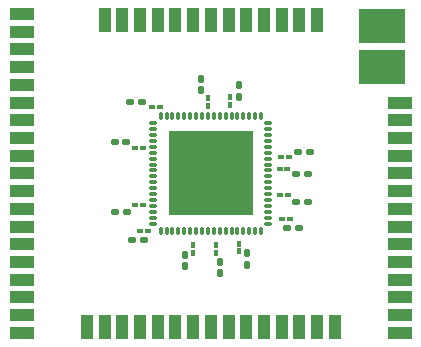
<source format=gtp>
G04*
G04 #@! TF.GenerationSoftware,Altium Limited,Altium Designer,21.6.1 (37)*
G04*
G04 Layer_Color=8421504*
%FSLAX25Y25*%
%MOIN*%
G70*
G04*
G04 #@! TF.SameCoordinates,378A9775-3A77-4BA1-8480-AFC072C74D39*
G04*
G04*
G04 #@! TF.FilePolarity,Positive*
G04*
G01*
G75*
%ADD13R,0.01654X0.01890*%
G04:AMPARAMS|DCode=14|XSize=19.68mil|YSize=23.62mil|CornerRadius=1.97mil|HoleSize=0mil|Usage=FLASHONLY|Rotation=90.000|XOffset=0mil|YOffset=0mil|HoleType=Round|Shape=RoundedRectangle|*
%AMROUNDEDRECTD14*
21,1,0.01968,0.01968,0,0,90.0*
21,1,0.01575,0.02362,0,0,90.0*
1,1,0.00394,0.00984,0.00787*
1,1,0.00394,0.00984,-0.00787*
1,1,0.00394,-0.00984,-0.00787*
1,1,0.00394,-0.00984,0.00787*
%
%ADD14ROUNDEDRECTD14*%
%ADD15R,0.01890X0.01654*%
%ADD16R,0.28268X0.28268*%
%ADD17O,0.01181X0.03150*%
%ADD18O,0.03150X0.01181*%
%ADD19R,0.07874X0.03937*%
%ADD20R,0.03937X0.07874*%
G04:AMPARAMS|DCode=21|XSize=19.68mil|YSize=23.62mil|CornerRadius=1.97mil|HoleSize=0mil|Usage=FLASHONLY|Rotation=180.000|XOffset=0mil|YOffset=0mil|HoleType=Round|Shape=RoundedRectangle|*
%AMROUNDEDRECTD21*
21,1,0.01968,0.01968,0,0,180.0*
21,1,0.01575,0.02362,0,0,180.0*
1,1,0.00394,-0.00787,0.00984*
1,1,0.00394,0.00787,0.00984*
1,1,0.00394,0.00787,-0.00984*
1,1,0.00394,-0.00787,-0.00984*
%
%ADD21ROUNDEDRECTD21*%
%ADD22R,0.15748X0.11811*%
D13*
X73917Y88110D02*
D03*
Y85512D02*
D03*
X68996Y36496D02*
D03*
Y39094D02*
D03*
X81201Y88504D02*
D03*
Y85905D02*
D03*
X76476Y36595D02*
D03*
Y39193D02*
D03*
X84153Y36988D02*
D03*
Y39587D02*
D03*
D14*
X103248Y53543D02*
D03*
X107185D02*
D03*
X103937Y70276D02*
D03*
X107874D02*
D03*
X51870Y86713D02*
D03*
X47933D02*
D03*
X100098Y44882D02*
D03*
X104035D02*
D03*
X103248Y62795D02*
D03*
X107185D02*
D03*
X46752Y50197D02*
D03*
X42815D02*
D03*
X46654Y73425D02*
D03*
X42717D02*
D03*
X52461Y40748D02*
D03*
X48524D02*
D03*
D15*
X100512Y55709D02*
D03*
X97913D02*
D03*
X100709Y68504D02*
D03*
X98110D02*
D03*
X55197Y85039D02*
D03*
X57795D02*
D03*
X101201Y47933D02*
D03*
X98602D02*
D03*
X100315Y64567D02*
D03*
X97716D02*
D03*
X49587Y52461D02*
D03*
X52185D02*
D03*
X49685Y71457D02*
D03*
X52284D02*
D03*
X51260Y43898D02*
D03*
X53858D02*
D03*
D16*
X74803Y62992D02*
D03*
D17*
X58071Y82185D02*
D03*
X60039D02*
D03*
X62008D02*
D03*
X63976D02*
D03*
X65945D02*
D03*
X67913D02*
D03*
X69882D02*
D03*
X71850D02*
D03*
X73819D02*
D03*
X75787D02*
D03*
X77756D02*
D03*
X79724D02*
D03*
X81693D02*
D03*
X83661D02*
D03*
X85630D02*
D03*
X87598D02*
D03*
X89567D02*
D03*
X91535D02*
D03*
Y43799D02*
D03*
X89567D02*
D03*
X87598D02*
D03*
X85630D02*
D03*
X83661D02*
D03*
X81693D02*
D03*
X79724D02*
D03*
X77756D02*
D03*
X75787D02*
D03*
X73819D02*
D03*
X71850D02*
D03*
X69882D02*
D03*
X67913D02*
D03*
X65945D02*
D03*
X63976D02*
D03*
X62008D02*
D03*
X60039D02*
D03*
X58071D02*
D03*
D18*
X93996Y79724D02*
D03*
Y77756D02*
D03*
Y75787D02*
D03*
Y73819D02*
D03*
Y71850D02*
D03*
Y69882D02*
D03*
Y67913D02*
D03*
Y65945D02*
D03*
Y63976D02*
D03*
Y62008D02*
D03*
Y60039D02*
D03*
Y58071D02*
D03*
Y56102D02*
D03*
Y54134D02*
D03*
Y52165D02*
D03*
Y50197D02*
D03*
Y48228D02*
D03*
Y46260D02*
D03*
X55610D02*
D03*
Y48228D02*
D03*
Y50197D02*
D03*
Y52165D02*
D03*
Y54134D02*
D03*
Y56102D02*
D03*
Y58071D02*
D03*
Y60039D02*
D03*
Y62008D02*
D03*
Y63976D02*
D03*
Y65945D02*
D03*
Y67913D02*
D03*
Y69882D02*
D03*
Y71850D02*
D03*
Y73819D02*
D03*
Y75787D02*
D03*
Y77756D02*
D03*
Y79724D02*
D03*
D19*
X11811Y92520D02*
D03*
Y98425D02*
D03*
Y116142D02*
D03*
Y110236D02*
D03*
Y104331D02*
D03*
X137795Y15748D02*
D03*
Y9843D02*
D03*
Y45276D02*
D03*
Y33465D02*
D03*
Y39370D02*
D03*
Y21654D02*
D03*
Y27559D02*
D03*
Y86614D02*
D03*
Y80709D02*
D03*
Y68898D02*
D03*
Y74803D02*
D03*
Y57087D02*
D03*
Y62992D02*
D03*
Y51181D02*
D03*
X11811Y21654D02*
D03*
Y15748D02*
D03*
Y33465D02*
D03*
Y9843D02*
D03*
Y27559D02*
D03*
Y45276D02*
D03*
Y39370D02*
D03*
Y80709D02*
D03*
Y74803D02*
D03*
Y51181D02*
D03*
Y68898D02*
D03*
Y57087D02*
D03*
Y62992D02*
D03*
Y86614D02*
D03*
D20*
X62992Y114173D02*
D03*
X86614D02*
D03*
X110236D02*
D03*
X92520D02*
D03*
X98425D02*
D03*
X104331D02*
D03*
X51181D02*
D03*
X45276D02*
D03*
X57087D02*
D03*
X39370D02*
D03*
X80709D02*
D03*
X68898D02*
D03*
X74803D02*
D03*
X116142Y11811D02*
D03*
X104331D02*
D03*
X110236D02*
D03*
X33465D02*
D03*
X86614D02*
D03*
X98425D02*
D03*
X92520D02*
D03*
X68898D02*
D03*
X51181D02*
D03*
X80709D02*
D03*
X74803D02*
D03*
X57087D02*
D03*
X45276D02*
D03*
X62992D02*
D03*
X39370D02*
D03*
D21*
X84252Y88484D02*
D03*
Y92421D02*
D03*
X71457Y90650D02*
D03*
Y94587D02*
D03*
X66339Y35925D02*
D03*
Y31988D02*
D03*
X77756Y33563D02*
D03*
Y29626D02*
D03*
X86910Y36417D02*
D03*
Y32480D02*
D03*
D22*
X131890Y98425D02*
D03*
Y112205D02*
D03*
M02*

</source>
